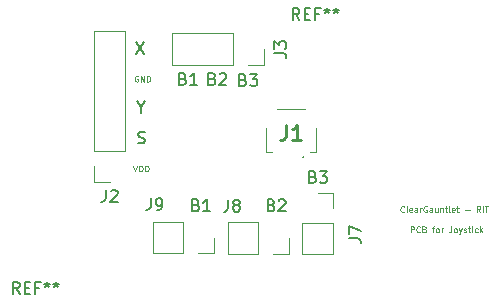
<source format=gto>
%TF.GenerationSoftware,KiCad,Pcbnew,(6.0.7)*%
%TF.CreationDate,2023-03-06T16:25:38-05:00*%
%TF.ProjectId,joycon,6a6f7963-6f6e-42e6-9b69-6361645f7063,rev?*%
%TF.SameCoordinates,Original*%
%TF.FileFunction,Legend,Top*%
%TF.FilePolarity,Positive*%
%FSLAX46Y46*%
G04 Gerber Fmt 4.6, Leading zero omitted, Abs format (unit mm)*
G04 Created by KiCad (PCBNEW (6.0.7)) date 2023-03-06 16:25:38*
%MOMM*%
%LPD*%
G01*
G04 APERTURE LIST*
%ADD10C,0.200000*%
%ADD11C,0.125000*%
%ADD12C,0.100000*%
%ADD13C,0.150000*%
%ADD14C,0.254000*%
%ADD15C,0.120000*%
G04 APERTURE END LIST*
D10*
X147995238Y-100028571D02*
X148138095Y-100076190D01*
X148185714Y-100123809D01*
X148233333Y-100219047D01*
X148233333Y-100361904D01*
X148185714Y-100457142D01*
X148138095Y-100504761D01*
X148042857Y-100552380D01*
X147661904Y-100552380D01*
X147661904Y-99552380D01*
X147995238Y-99552380D01*
X148090476Y-99600000D01*
X148138095Y-99647619D01*
X148185714Y-99742857D01*
X148185714Y-99838095D01*
X148138095Y-99933333D01*
X148090476Y-99980952D01*
X147995238Y-100028571D01*
X147661904Y-100028571D01*
X148566666Y-99552380D02*
X149185714Y-99552380D01*
X148852380Y-99933333D01*
X148995238Y-99933333D01*
X149090476Y-99980952D01*
X149138095Y-100028571D01*
X149185714Y-100123809D01*
X149185714Y-100361904D01*
X149138095Y-100457142D01*
X149090476Y-100504761D01*
X148995238Y-100552380D01*
X148709523Y-100552380D01*
X148614285Y-100504761D01*
X148566666Y-100457142D01*
X144495238Y-102428571D02*
X144638095Y-102476190D01*
X144685714Y-102523809D01*
X144733333Y-102619047D01*
X144733333Y-102761904D01*
X144685714Y-102857142D01*
X144638095Y-102904761D01*
X144542857Y-102952380D01*
X144161904Y-102952380D01*
X144161904Y-101952380D01*
X144495238Y-101952380D01*
X144590476Y-102000000D01*
X144638095Y-102047619D01*
X144685714Y-102142857D01*
X144685714Y-102238095D01*
X144638095Y-102333333D01*
X144590476Y-102380952D01*
X144495238Y-102428571D01*
X144161904Y-102428571D01*
X145114285Y-102047619D02*
X145161904Y-102000000D01*
X145257142Y-101952380D01*
X145495238Y-101952380D01*
X145590476Y-102000000D01*
X145638095Y-102047619D01*
X145685714Y-102142857D01*
X145685714Y-102238095D01*
X145638095Y-102380952D01*
X145066666Y-102952380D01*
X145685714Y-102952380D01*
X138095238Y-102428571D02*
X138238095Y-102476190D01*
X138285714Y-102523809D01*
X138333333Y-102619047D01*
X138333333Y-102761904D01*
X138285714Y-102857142D01*
X138238095Y-102904761D01*
X138142857Y-102952380D01*
X137761904Y-102952380D01*
X137761904Y-101952380D01*
X138095238Y-101952380D01*
X138190476Y-102000000D01*
X138238095Y-102047619D01*
X138285714Y-102142857D01*
X138285714Y-102238095D01*
X138238095Y-102333333D01*
X138190476Y-102380952D01*
X138095238Y-102428571D01*
X137761904Y-102428571D01*
X139285714Y-102952380D02*
X138714285Y-102952380D01*
X139000000Y-102952380D02*
X139000000Y-101952380D01*
X138904761Y-102095238D01*
X138809523Y-102190476D01*
X138714285Y-102238095D01*
X142095238Y-91828571D02*
X142238095Y-91876190D01*
X142285714Y-91923809D01*
X142333333Y-92019047D01*
X142333333Y-92161904D01*
X142285714Y-92257142D01*
X142238095Y-92304761D01*
X142142857Y-92352380D01*
X141761904Y-92352380D01*
X141761904Y-91352380D01*
X142095238Y-91352380D01*
X142190476Y-91400000D01*
X142238095Y-91447619D01*
X142285714Y-91542857D01*
X142285714Y-91638095D01*
X142238095Y-91733333D01*
X142190476Y-91780952D01*
X142095238Y-91828571D01*
X141761904Y-91828571D01*
X142666666Y-91352380D02*
X143285714Y-91352380D01*
X142952380Y-91733333D01*
X143095238Y-91733333D01*
X143190476Y-91780952D01*
X143238095Y-91828571D01*
X143285714Y-91923809D01*
X143285714Y-92161904D01*
X143238095Y-92257142D01*
X143190476Y-92304761D01*
X143095238Y-92352380D01*
X142809523Y-92352380D01*
X142714285Y-92304761D01*
X142666666Y-92257142D01*
X139495238Y-91728571D02*
X139638095Y-91776190D01*
X139685714Y-91823809D01*
X139733333Y-91919047D01*
X139733333Y-92061904D01*
X139685714Y-92157142D01*
X139638095Y-92204761D01*
X139542857Y-92252380D01*
X139161904Y-92252380D01*
X139161904Y-91252380D01*
X139495238Y-91252380D01*
X139590476Y-91300000D01*
X139638095Y-91347619D01*
X139685714Y-91442857D01*
X139685714Y-91538095D01*
X139638095Y-91633333D01*
X139590476Y-91680952D01*
X139495238Y-91728571D01*
X139161904Y-91728571D01*
X140114285Y-91347619D02*
X140161904Y-91300000D01*
X140257142Y-91252380D01*
X140495238Y-91252380D01*
X140590476Y-91300000D01*
X140638095Y-91347619D01*
X140685714Y-91442857D01*
X140685714Y-91538095D01*
X140638095Y-91680952D01*
X140066666Y-92252380D01*
X140685714Y-92252380D01*
X136995238Y-91728571D02*
X137138095Y-91776190D01*
X137185714Y-91823809D01*
X137233333Y-91919047D01*
X137233333Y-92061904D01*
X137185714Y-92157142D01*
X137138095Y-92204761D01*
X137042857Y-92252380D01*
X136661904Y-92252380D01*
X136661904Y-91252380D01*
X136995238Y-91252380D01*
X137090476Y-91300000D01*
X137138095Y-91347619D01*
X137185714Y-91442857D01*
X137185714Y-91538095D01*
X137138095Y-91633333D01*
X137090476Y-91680952D01*
X136995238Y-91728571D01*
X136661904Y-91728571D01*
X138185714Y-92252380D02*
X137614285Y-92252380D01*
X137900000Y-92252380D02*
X137900000Y-91252380D01*
X137804761Y-91395238D01*
X137709523Y-91490476D01*
X137614285Y-91538095D01*
D11*
X133194047Y-91510000D02*
X133146428Y-91486190D01*
X133075000Y-91486190D01*
X133003571Y-91510000D01*
X132955952Y-91557619D01*
X132932142Y-91605238D01*
X132908333Y-91700476D01*
X132908333Y-91771904D01*
X132932142Y-91867142D01*
X132955952Y-91914761D01*
X133003571Y-91962380D01*
X133075000Y-91986190D01*
X133122619Y-91986190D01*
X133194047Y-91962380D01*
X133217857Y-91938571D01*
X133217857Y-91771904D01*
X133122619Y-91771904D01*
X133432142Y-91986190D02*
X133432142Y-91486190D01*
X133717857Y-91986190D01*
X133717857Y-91486190D01*
X133955952Y-91986190D02*
X133955952Y-91486190D01*
X134075000Y-91486190D01*
X134146428Y-91510000D01*
X134194047Y-91557619D01*
X134217857Y-91605238D01*
X134241666Y-91700476D01*
X134241666Y-91771904D01*
X134217857Y-91867142D01*
X134194047Y-91914761D01*
X134146428Y-91962380D01*
X134075000Y-91986190D01*
X133955952Y-91986190D01*
X155719047Y-102978571D02*
X155695238Y-103002380D01*
X155623809Y-103026190D01*
X155576190Y-103026190D01*
X155504761Y-103002380D01*
X155457142Y-102954761D01*
X155433333Y-102907142D01*
X155409523Y-102811904D01*
X155409523Y-102740476D01*
X155433333Y-102645238D01*
X155457142Y-102597619D01*
X155504761Y-102550000D01*
X155576190Y-102526190D01*
X155623809Y-102526190D01*
X155695238Y-102550000D01*
X155719047Y-102573809D01*
X156004761Y-103026190D02*
X155957142Y-103002380D01*
X155933333Y-102954761D01*
X155933333Y-102526190D01*
X156385714Y-103002380D02*
X156338095Y-103026190D01*
X156242857Y-103026190D01*
X156195238Y-103002380D01*
X156171428Y-102954761D01*
X156171428Y-102764285D01*
X156195238Y-102716666D01*
X156242857Y-102692857D01*
X156338095Y-102692857D01*
X156385714Y-102716666D01*
X156409523Y-102764285D01*
X156409523Y-102811904D01*
X156171428Y-102859523D01*
X156838095Y-103026190D02*
X156838095Y-102764285D01*
X156814285Y-102716666D01*
X156766666Y-102692857D01*
X156671428Y-102692857D01*
X156623809Y-102716666D01*
X156838095Y-103002380D02*
X156790476Y-103026190D01*
X156671428Y-103026190D01*
X156623809Y-103002380D01*
X156600000Y-102954761D01*
X156600000Y-102907142D01*
X156623809Y-102859523D01*
X156671428Y-102835714D01*
X156790476Y-102835714D01*
X156838095Y-102811904D01*
X157076190Y-103026190D02*
X157076190Y-102692857D01*
X157076190Y-102788095D02*
X157100000Y-102740476D01*
X157123809Y-102716666D01*
X157171428Y-102692857D01*
X157219047Y-102692857D01*
X157647619Y-102550000D02*
X157600000Y-102526190D01*
X157528571Y-102526190D01*
X157457142Y-102550000D01*
X157409523Y-102597619D01*
X157385714Y-102645238D01*
X157361904Y-102740476D01*
X157361904Y-102811904D01*
X157385714Y-102907142D01*
X157409523Y-102954761D01*
X157457142Y-103002380D01*
X157528571Y-103026190D01*
X157576190Y-103026190D01*
X157647619Y-103002380D01*
X157671428Y-102978571D01*
X157671428Y-102811904D01*
X157576190Y-102811904D01*
X158100000Y-103026190D02*
X158100000Y-102764285D01*
X158076190Y-102716666D01*
X158028571Y-102692857D01*
X157933333Y-102692857D01*
X157885714Y-102716666D01*
X158100000Y-103002380D02*
X158052380Y-103026190D01*
X157933333Y-103026190D01*
X157885714Y-103002380D01*
X157861904Y-102954761D01*
X157861904Y-102907142D01*
X157885714Y-102859523D01*
X157933333Y-102835714D01*
X158052380Y-102835714D01*
X158100000Y-102811904D01*
X158552380Y-102692857D02*
X158552380Y-103026190D01*
X158338095Y-102692857D02*
X158338095Y-102954761D01*
X158361904Y-103002380D01*
X158409523Y-103026190D01*
X158480952Y-103026190D01*
X158528571Y-103002380D01*
X158552380Y-102978571D01*
X158790476Y-102692857D02*
X158790476Y-103026190D01*
X158790476Y-102740476D02*
X158814285Y-102716666D01*
X158861904Y-102692857D01*
X158933333Y-102692857D01*
X158980952Y-102716666D01*
X159004761Y-102764285D01*
X159004761Y-103026190D01*
X159171428Y-102692857D02*
X159361904Y-102692857D01*
X159242857Y-102526190D02*
X159242857Y-102954761D01*
X159266666Y-103002380D01*
X159314285Y-103026190D01*
X159361904Y-103026190D01*
X159600000Y-103026190D02*
X159552380Y-103002380D01*
X159528571Y-102954761D01*
X159528571Y-102526190D01*
X159980952Y-103002380D02*
X159933333Y-103026190D01*
X159838095Y-103026190D01*
X159790476Y-103002380D01*
X159766666Y-102954761D01*
X159766666Y-102764285D01*
X159790476Y-102716666D01*
X159838095Y-102692857D01*
X159933333Y-102692857D01*
X159980952Y-102716666D01*
X160004761Y-102764285D01*
X160004761Y-102811904D01*
X159766666Y-102859523D01*
X160147619Y-102692857D02*
X160338095Y-102692857D01*
X160219047Y-102526190D02*
X160219047Y-102954761D01*
X160242857Y-103002380D01*
X160290476Y-103026190D01*
X160338095Y-103026190D01*
X160885714Y-102835714D02*
X161266666Y-102835714D01*
X162171428Y-103026190D02*
X162004761Y-102788095D01*
X161885714Y-103026190D02*
X161885714Y-102526190D01*
X162076190Y-102526190D01*
X162123809Y-102550000D01*
X162147619Y-102573809D01*
X162171428Y-102621428D01*
X162171428Y-102692857D01*
X162147619Y-102740476D01*
X162123809Y-102764285D01*
X162076190Y-102788095D01*
X161885714Y-102788095D01*
X162385714Y-103026190D02*
X162385714Y-102526190D01*
X162552380Y-102526190D02*
X162838095Y-102526190D01*
X162695238Y-103026190D02*
X162695238Y-102526190D01*
X132808333Y-99086190D02*
X132975000Y-99586190D01*
X133141666Y-99086190D01*
X133308333Y-99586190D02*
X133308333Y-99086190D01*
X133427380Y-99086190D01*
X133498809Y-99110000D01*
X133546428Y-99157619D01*
X133570238Y-99205238D01*
X133594047Y-99300476D01*
X133594047Y-99371904D01*
X133570238Y-99467142D01*
X133546428Y-99514761D01*
X133498809Y-99562380D01*
X133427380Y-99586190D01*
X133308333Y-99586190D01*
X133808333Y-99586190D02*
X133808333Y-99086190D01*
X133927380Y-99086190D01*
X133998809Y-99110000D01*
X134046428Y-99157619D01*
X134070238Y-99205238D01*
X134094047Y-99300476D01*
X134094047Y-99371904D01*
X134070238Y-99467142D01*
X134046428Y-99514761D01*
X133998809Y-99562380D01*
X133927380Y-99586190D01*
X133808333Y-99586190D01*
D12*
X156276190Y-104726190D02*
X156276190Y-104226190D01*
X156466666Y-104226190D01*
X156514285Y-104250000D01*
X156538095Y-104273809D01*
X156561904Y-104321428D01*
X156561904Y-104392857D01*
X156538095Y-104440476D01*
X156514285Y-104464285D01*
X156466666Y-104488095D01*
X156276190Y-104488095D01*
X157061904Y-104678571D02*
X157038095Y-104702380D01*
X156966666Y-104726190D01*
X156919047Y-104726190D01*
X156847619Y-104702380D01*
X156800000Y-104654761D01*
X156776190Y-104607142D01*
X156752380Y-104511904D01*
X156752380Y-104440476D01*
X156776190Y-104345238D01*
X156800000Y-104297619D01*
X156847619Y-104250000D01*
X156919047Y-104226190D01*
X156966666Y-104226190D01*
X157038095Y-104250000D01*
X157061904Y-104273809D01*
X157442857Y-104464285D02*
X157514285Y-104488095D01*
X157538095Y-104511904D01*
X157561904Y-104559523D01*
X157561904Y-104630952D01*
X157538095Y-104678571D01*
X157514285Y-104702380D01*
X157466666Y-104726190D01*
X157276190Y-104726190D01*
X157276190Y-104226190D01*
X157442857Y-104226190D01*
X157490476Y-104250000D01*
X157514285Y-104273809D01*
X157538095Y-104321428D01*
X157538095Y-104369047D01*
X157514285Y-104416666D01*
X157490476Y-104440476D01*
X157442857Y-104464285D01*
X157276190Y-104464285D01*
X158085714Y-104392857D02*
X158276190Y-104392857D01*
X158157142Y-104726190D02*
X158157142Y-104297619D01*
X158180952Y-104250000D01*
X158228571Y-104226190D01*
X158276190Y-104226190D01*
X158514285Y-104726190D02*
X158466666Y-104702380D01*
X158442857Y-104678571D01*
X158419047Y-104630952D01*
X158419047Y-104488095D01*
X158442857Y-104440476D01*
X158466666Y-104416666D01*
X158514285Y-104392857D01*
X158585714Y-104392857D01*
X158633333Y-104416666D01*
X158657142Y-104440476D01*
X158680952Y-104488095D01*
X158680952Y-104630952D01*
X158657142Y-104678571D01*
X158633333Y-104702380D01*
X158585714Y-104726190D01*
X158514285Y-104726190D01*
X158895238Y-104726190D02*
X158895238Y-104392857D01*
X158895238Y-104488095D02*
X158919047Y-104440476D01*
X158942857Y-104416666D01*
X158990476Y-104392857D01*
X159038095Y-104392857D01*
X159728571Y-104226190D02*
X159728571Y-104583333D01*
X159704761Y-104654761D01*
X159657142Y-104702380D01*
X159585714Y-104726190D01*
X159538095Y-104726190D01*
X160038095Y-104726190D02*
X159990476Y-104702380D01*
X159966666Y-104678571D01*
X159942857Y-104630952D01*
X159942857Y-104488095D01*
X159966666Y-104440476D01*
X159990476Y-104416666D01*
X160038095Y-104392857D01*
X160109523Y-104392857D01*
X160157142Y-104416666D01*
X160180952Y-104440476D01*
X160204761Y-104488095D01*
X160204761Y-104630952D01*
X160180952Y-104678571D01*
X160157142Y-104702380D01*
X160109523Y-104726190D01*
X160038095Y-104726190D01*
X160371428Y-104392857D02*
X160490476Y-104726190D01*
X160609523Y-104392857D02*
X160490476Y-104726190D01*
X160442857Y-104845238D01*
X160419047Y-104869047D01*
X160371428Y-104892857D01*
X160776190Y-104702380D02*
X160823809Y-104726190D01*
X160919047Y-104726190D01*
X160966666Y-104702380D01*
X160990476Y-104654761D01*
X160990476Y-104630952D01*
X160966666Y-104583333D01*
X160919047Y-104559523D01*
X160847619Y-104559523D01*
X160800000Y-104535714D01*
X160776190Y-104488095D01*
X160776190Y-104464285D01*
X160800000Y-104416666D01*
X160847619Y-104392857D01*
X160919047Y-104392857D01*
X160966666Y-104416666D01*
X161133333Y-104392857D02*
X161323809Y-104392857D01*
X161204761Y-104226190D02*
X161204761Y-104654761D01*
X161228571Y-104702380D01*
X161276190Y-104726190D01*
X161323809Y-104726190D01*
X161490476Y-104726190D02*
X161490476Y-104392857D01*
X161490476Y-104226190D02*
X161466666Y-104250000D01*
X161490476Y-104273809D01*
X161514285Y-104250000D01*
X161490476Y-104226190D01*
X161490476Y-104273809D01*
X161942857Y-104702380D02*
X161895238Y-104726190D01*
X161800000Y-104726190D01*
X161752380Y-104702380D01*
X161728571Y-104678571D01*
X161704761Y-104630952D01*
X161704761Y-104488095D01*
X161728571Y-104440476D01*
X161752380Y-104416666D01*
X161800000Y-104392857D01*
X161895238Y-104392857D01*
X161942857Y-104416666D01*
X162157142Y-104726190D02*
X162157142Y-104226190D01*
X162204761Y-104535714D02*
X162347619Y-104726190D01*
X162347619Y-104392857D02*
X162157142Y-104583333D01*
D13*
X133189285Y-97164761D02*
X133332142Y-97212380D01*
X133570238Y-97212380D01*
X133665476Y-97164761D01*
X133713095Y-97117142D01*
X133760714Y-97021904D01*
X133760714Y-96926666D01*
X133713095Y-96831428D01*
X133665476Y-96783809D01*
X133570238Y-96736190D01*
X133379761Y-96688571D01*
X133284523Y-96640952D01*
X133236904Y-96593333D01*
X133189285Y-96498095D01*
X133189285Y-96402857D01*
X133236904Y-96307619D01*
X133284523Y-96260000D01*
X133379761Y-96212380D01*
X133617857Y-96212380D01*
X133760714Y-96260000D01*
X133041666Y-88612380D02*
X133708333Y-89612380D01*
X133708333Y-88612380D02*
X133041666Y-89612380D01*
X133475000Y-94136190D02*
X133475000Y-94612380D01*
X133141666Y-93612380D02*
X133475000Y-94136190D01*
X133808333Y-93612380D01*
%TO.C,REF\u002A\u002A*%
X123166666Y-109952380D02*
X122833333Y-109476190D01*
X122595238Y-109952380D02*
X122595238Y-108952380D01*
X122976190Y-108952380D01*
X123071428Y-109000000D01*
X123119047Y-109047619D01*
X123166666Y-109142857D01*
X123166666Y-109285714D01*
X123119047Y-109380952D01*
X123071428Y-109428571D01*
X122976190Y-109476190D01*
X122595238Y-109476190D01*
X123595238Y-109428571D02*
X123928571Y-109428571D01*
X124071428Y-109952380D02*
X123595238Y-109952380D01*
X123595238Y-108952380D01*
X124071428Y-108952380D01*
X124833333Y-109428571D02*
X124500000Y-109428571D01*
X124500000Y-109952380D02*
X124500000Y-108952380D01*
X124976190Y-108952380D01*
X125500000Y-108952380D02*
X125500000Y-109190476D01*
X125261904Y-109095238D02*
X125500000Y-109190476D01*
X125738095Y-109095238D01*
X125357142Y-109380952D02*
X125500000Y-109190476D01*
X125642857Y-109380952D01*
X126261904Y-108952380D02*
X126261904Y-109190476D01*
X126023809Y-109095238D02*
X126261904Y-109190476D01*
X126500000Y-109095238D01*
X126119047Y-109380952D02*
X126261904Y-109190476D01*
X126404761Y-109380952D01*
X146866666Y-86752380D02*
X146533333Y-86276190D01*
X146295238Y-86752380D02*
X146295238Y-85752380D01*
X146676190Y-85752380D01*
X146771428Y-85800000D01*
X146819047Y-85847619D01*
X146866666Y-85942857D01*
X146866666Y-86085714D01*
X146819047Y-86180952D01*
X146771428Y-86228571D01*
X146676190Y-86276190D01*
X146295238Y-86276190D01*
X147295238Y-86228571D02*
X147628571Y-86228571D01*
X147771428Y-86752380D02*
X147295238Y-86752380D01*
X147295238Y-85752380D01*
X147771428Y-85752380D01*
X148533333Y-86228571D02*
X148200000Y-86228571D01*
X148200000Y-86752380D02*
X148200000Y-85752380D01*
X148676190Y-85752380D01*
X149200000Y-85752380D02*
X149200000Y-85990476D01*
X148961904Y-85895238D02*
X149200000Y-85990476D01*
X149438095Y-85895238D01*
X149057142Y-86180952D02*
X149200000Y-85990476D01*
X149342857Y-86180952D01*
X149961904Y-85752380D02*
X149961904Y-85990476D01*
X149723809Y-85895238D02*
X149961904Y-85990476D01*
X150200000Y-85895238D01*
X149819047Y-86180952D02*
X149961904Y-85990476D01*
X150104761Y-86180952D01*
%TO.C,J3*%
X144747380Y-89558333D02*
X145461666Y-89558333D01*
X145604523Y-89605952D01*
X145699761Y-89701190D01*
X145747380Y-89844047D01*
X145747380Y-89939285D01*
X144747380Y-89177380D02*
X144747380Y-88558333D01*
X145128333Y-88891666D01*
X145128333Y-88748809D01*
X145175952Y-88653571D01*
X145223571Y-88605952D01*
X145318809Y-88558333D01*
X145556904Y-88558333D01*
X145652142Y-88605952D01*
X145699761Y-88653571D01*
X145747380Y-88748809D01*
X145747380Y-89034523D01*
X145699761Y-89129761D01*
X145652142Y-89177380D01*
%TO.C,J2*%
X130466666Y-101152380D02*
X130466666Y-101866666D01*
X130419047Y-102009523D01*
X130323809Y-102104761D01*
X130180952Y-102152380D01*
X130085714Y-102152380D01*
X130895238Y-101247619D02*
X130942857Y-101200000D01*
X131038095Y-101152380D01*
X131276190Y-101152380D01*
X131371428Y-101200000D01*
X131419047Y-101247619D01*
X131466666Y-101342857D01*
X131466666Y-101438095D01*
X131419047Y-101580952D01*
X130847619Y-102152380D01*
X131466666Y-102152380D01*
%TO.C,J7*%
X151052380Y-105233333D02*
X151766666Y-105233333D01*
X151909523Y-105280952D01*
X152004761Y-105376190D01*
X152052380Y-105519047D01*
X152052380Y-105614285D01*
X151052380Y-104852380D02*
X151052380Y-104185714D01*
X152052380Y-104614285D01*
%TO.C,J8*%
X140816666Y-101977380D02*
X140816666Y-102691666D01*
X140769047Y-102834523D01*
X140673809Y-102929761D01*
X140530952Y-102977380D01*
X140435714Y-102977380D01*
X141435714Y-102405952D02*
X141340476Y-102358333D01*
X141292857Y-102310714D01*
X141245238Y-102215476D01*
X141245238Y-102167857D01*
X141292857Y-102072619D01*
X141340476Y-102025000D01*
X141435714Y-101977380D01*
X141626190Y-101977380D01*
X141721428Y-102025000D01*
X141769047Y-102072619D01*
X141816666Y-102167857D01*
X141816666Y-102215476D01*
X141769047Y-102310714D01*
X141721428Y-102358333D01*
X141626190Y-102405952D01*
X141435714Y-102405952D01*
X141340476Y-102453571D01*
X141292857Y-102501190D01*
X141245238Y-102596428D01*
X141245238Y-102786904D01*
X141292857Y-102882142D01*
X141340476Y-102929761D01*
X141435714Y-102977380D01*
X141626190Y-102977380D01*
X141721428Y-102929761D01*
X141769047Y-102882142D01*
X141816666Y-102786904D01*
X141816666Y-102596428D01*
X141769047Y-102501190D01*
X141721428Y-102453571D01*
X141626190Y-102405952D01*
%TO.C,J9*%
X134266666Y-101852380D02*
X134266666Y-102566666D01*
X134219047Y-102709523D01*
X134123809Y-102804761D01*
X133980952Y-102852380D01*
X133885714Y-102852380D01*
X134790476Y-102852380D02*
X134980952Y-102852380D01*
X135076190Y-102804761D01*
X135123809Y-102757142D01*
X135219047Y-102614285D01*
X135266666Y-102423809D01*
X135266666Y-102042857D01*
X135219047Y-101947619D01*
X135171428Y-101900000D01*
X135076190Y-101852380D01*
X134885714Y-101852380D01*
X134790476Y-101900000D01*
X134742857Y-101947619D01*
X134695238Y-102042857D01*
X134695238Y-102280952D01*
X134742857Y-102376190D01*
X134790476Y-102423809D01*
X134885714Y-102471428D01*
X135076190Y-102471428D01*
X135171428Y-102423809D01*
X135219047Y-102376190D01*
X135266666Y-102280952D01*
D14*
%TO.C,J1*%
X145726666Y-95654523D02*
X145726666Y-96561666D01*
X145666190Y-96743095D01*
X145545238Y-96864047D01*
X145363809Y-96924523D01*
X145242857Y-96924523D01*
X146996666Y-96924523D02*
X146270952Y-96924523D01*
X146633809Y-96924523D02*
X146633809Y-95654523D01*
X146512857Y-95835952D01*
X146391904Y-95956904D01*
X146270952Y-96017380D01*
D15*
%TO.C,J3*%
X143855000Y-89225000D02*
X143855000Y-90555000D01*
X141255000Y-90555000D02*
X136115000Y-90555000D01*
X141255000Y-87895000D02*
X136115000Y-87895000D01*
X141255000Y-87895000D02*
X141255000Y-90555000D01*
X143855000Y-90555000D02*
X142525000Y-90555000D01*
X136115000Y-87895000D02*
X136115000Y-90555000D01*
%TO.C,J2*%
X130800000Y-100490000D02*
X129470000Y-100490000D01*
X129470000Y-100490000D02*
X129470000Y-99160000D01*
X132130000Y-87670000D02*
X129470000Y-87670000D01*
X132130000Y-97890000D02*
X129470000Y-97890000D01*
X132130000Y-97890000D02*
X132130000Y-87670000D01*
X129470000Y-97890000D02*
X129470000Y-87670000D01*
%TO.C,J7*%
X147070000Y-106570000D02*
X149730000Y-106570000D01*
X149730000Y-103970000D02*
X149730000Y-106570000D01*
X148400000Y-101370000D02*
X149730000Y-101370000D01*
X149730000Y-101370000D02*
X149730000Y-102700000D01*
X147070000Y-103970000D02*
X147070000Y-106570000D01*
X147070000Y-103970000D02*
X149730000Y-103970000D01*
%TO.C,J8*%
X143380000Y-103895000D02*
X140780000Y-103895000D01*
X143380000Y-106555000D02*
X140780000Y-106555000D01*
X143380000Y-103895000D02*
X143380000Y-106555000D01*
X145980000Y-105225000D02*
X145980000Y-106555000D01*
X145980000Y-106555000D02*
X144650000Y-106555000D01*
X140780000Y-103895000D02*
X140780000Y-106555000D01*
%TO.C,J9*%
X137030000Y-103870000D02*
X134430000Y-103870000D01*
X137030000Y-106530000D02*
X134430000Y-106530000D01*
X137030000Y-103870000D02*
X137030000Y-106530000D01*
X139630000Y-105200000D02*
X139630000Y-106530000D01*
X139630000Y-106530000D02*
X138300000Y-106530000D01*
X134430000Y-103870000D02*
X134430000Y-106530000D01*
D12*
%TO.C,J1*%
X147150000Y-98400000D02*
G75*
G03*
X147150000Y-98300000I0J50000D01*
G01*
X147150000Y-98300000D02*
G75*
G03*
X147150000Y-98400000I0J-50000D01*
G01*
X148250000Y-97900000D02*
X147750000Y-97900000D01*
X147150000Y-98300000D02*
X147150000Y-98300000D01*
X148250000Y-95900000D02*
X148250000Y-97900000D01*
X144050000Y-95900000D02*
X144050000Y-97900000D01*
X144050000Y-97900000D02*
X144550000Y-97900000D01*
X147150000Y-98400000D02*
X147150000Y-98400000D01*
X147350000Y-94300000D02*
X144950000Y-94300000D01*
%TD*%
M02*

</source>
